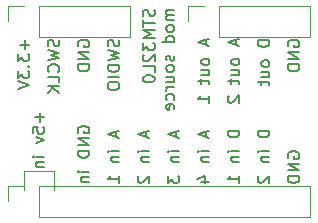
<source format=gbo>
G04 #@! TF.GenerationSoftware,KiCad,Pcbnew,5.1.10-88a1d61d58~88~ubuntu20.04.1*
G04 #@! TF.CreationDate,2021-06-12T08:26:13-04:00*
G04 #@! TF.ProjectId,stm32l0_mod_source,73746d33-326c-4305-9f6d-6f645f736f75,rev?*
G04 #@! TF.SameCoordinates,Original*
G04 #@! TF.FileFunction,Legend,Bot*
G04 #@! TF.FilePolarity,Positive*
%FSLAX46Y46*%
G04 Gerber Fmt 4.6, Leading zero omitted, Abs format (unit mm)*
G04 Created by KiCad (PCBNEW 5.1.10-88a1d61d58~88~ubuntu20.04.1) date 2021-06-12 08:26:13*
%MOMM*%
%LPD*%
G01*
G04 APERTURE LIST*
%ADD10C,0.150000*%
%ADD11C,0.120000*%
%ADD12O,1.700000X1.700000*%
%ADD13R,1.700000X1.700000*%
G04 APERTURE END LIST*
D10*
X84669761Y-44737976D02*
X84717380Y-44880833D01*
X84717380Y-45118928D01*
X84669761Y-45214166D01*
X84622142Y-45261785D01*
X84526904Y-45309404D01*
X84431666Y-45309404D01*
X84336428Y-45261785D01*
X84288809Y-45214166D01*
X84241190Y-45118928D01*
X84193571Y-44928452D01*
X84145952Y-44833214D01*
X84098333Y-44785595D01*
X84003095Y-44737976D01*
X83907857Y-44737976D01*
X83812619Y-44785595D01*
X83765000Y-44833214D01*
X83717380Y-44928452D01*
X83717380Y-45166547D01*
X83765000Y-45309404D01*
X83717380Y-45595119D02*
X83717380Y-46166547D01*
X84717380Y-45880833D02*
X83717380Y-45880833D01*
X84717380Y-46499880D02*
X83717380Y-46499880D01*
X84431666Y-46833214D01*
X83717380Y-47166547D01*
X84717380Y-47166547D01*
X83717380Y-47547500D02*
X83717380Y-48166547D01*
X84098333Y-47833214D01*
X84098333Y-47976071D01*
X84145952Y-48071309D01*
X84193571Y-48118928D01*
X84288809Y-48166547D01*
X84526904Y-48166547D01*
X84622142Y-48118928D01*
X84669761Y-48071309D01*
X84717380Y-47976071D01*
X84717380Y-47690357D01*
X84669761Y-47595119D01*
X84622142Y-47547500D01*
X83812619Y-48547500D02*
X83765000Y-48595119D01*
X83717380Y-48690357D01*
X83717380Y-48928452D01*
X83765000Y-49023690D01*
X83812619Y-49071309D01*
X83907857Y-49118928D01*
X84003095Y-49118928D01*
X84145952Y-49071309D01*
X84717380Y-48499880D01*
X84717380Y-49118928D01*
X84717380Y-50023690D02*
X84717380Y-49547500D01*
X83717380Y-49547500D01*
X83717380Y-50547500D02*
X83717380Y-50642738D01*
X83765000Y-50737976D01*
X83812619Y-50785595D01*
X83907857Y-50833214D01*
X84098333Y-50880833D01*
X84336428Y-50880833D01*
X84526904Y-50833214D01*
X84622142Y-50785595D01*
X84669761Y-50737976D01*
X84717380Y-50642738D01*
X84717380Y-50547500D01*
X84669761Y-50452261D01*
X84622142Y-50404642D01*
X84526904Y-50357023D01*
X84336428Y-50309404D01*
X84098333Y-50309404D01*
X83907857Y-50357023D01*
X83812619Y-50404642D01*
X83765000Y-50452261D01*
X83717380Y-50547500D01*
X86367380Y-44785595D02*
X85700714Y-44785595D01*
X85795952Y-44785595D02*
X85748333Y-44833214D01*
X85700714Y-44928452D01*
X85700714Y-45071309D01*
X85748333Y-45166547D01*
X85843571Y-45214166D01*
X86367380Y-45214166D01*
X85843571Y-45214166D02*
X85748333Y-45261785D01*
X85700714Y-45357023D01*
X85700714Y-45499880D01*
X85748333Y-45595119D01*
X85843571Y-45642738D01*
X86367380Y-45642738D01*
X86367380Y-46261785D02*
X86319761Y-46166547D01*
X86272142Y-46118928D01*
X86176904Y-46071309D01*
X85891190Y-46071309D01*
X85795952Y-46118928D01*
X85748333Y-46166547D01*
X85700714Y-46261785D01*
X85700714Y-46404642D01*
X85748333Y-46499880D01*
X85795952Y-46547500D01*
X85891190Y-46595119D01*
X86176904Y-46595119D01*
X86272142Y-46547500D01*
X86319761Y-46499880D01*
X86367380Y-46404642D01*
X86367380Y-46261785D01*
X86367380Y-47452261D02*
X85367380Y-47452261D01*
X86319761Y-47452261D02*
X86367380Y-47357023D01*
X86367380Y-47166547D01*
X86319761Y-47071309D01*
X86272142Y-47023690D01*
X86176904Y-46976071D01*
X85891190Y-46976071D01*
X85795952Y-47023690D01*
X85748333Y-47071309D01*
X85700714Y-47166547D01*
X85700714Y-47357023D01*
X85748333Y-47452261D01*
X86319761Y-48642738D02*
X86367380Y-48737976D01*
X86367380Y-48928452D01*
X86319761Y-49023690D01*
X86224523Y-49071309D01*
X86176904Y-49071309D01*
X86081666Y-49023690D01*
X86034047Y-48928452D01*
X86034047Y-48785595D01*
X85986428Y-48690357D01*
X85891190Y-48642738D01*
X85843571Y-48642738D01*
X85748333Y-48690357D01*
X85700714Y-48785595D01*
X85700714Y-48928452D01*
X85748333Y-49023690D01*
X86367380Y-49642738D02*
X86319761Y-49547500D01*
X86272142Y-49499880D01*
X86176904Y-49452261D01*
X85891190Y-49452261D01*
X85795952Y-49499880D01*
X85748333Y-49547500D01*
X85700714Y-49642738D01*
X85700714Y-49785595D01*
X85748333Y-49880833D01*
X85795952Y-49928452D01*
X85891190Y-49976071D01*
X86176904Y-49976071D01*
X86272142Y-49928452D01*
X86319761Y-49880833D01*
X86367380Y-49785595D01*
X86367380Y-49642738D01*
X85700714Y-50833214D02*
X86367380Y-50833214D01*
X85700714Y-50404642D02*
X86224523Y-50404642D01*
X86319761Y-50452261D01*
X86367380Y-50547500D01*
X86367380Y-50690357D01*
X86319761Y-50785595D01*
X86272142Y-50833214D01*
X86367380Y-51309404D02*
X85700714Y-51309404D01*
X85891190Y-51309404D02*
X85795952Y-51357023D01*
X85748333Y-51404642D01*
X85700714Y-51499880D01*
X85700714Y-51595119D01*
X86319761Y-52357023D02*
X86367380Y-52261785D01*
X86367380Y-52071309D01*
X86319761Y-51976071D01*
X86272142Y-51928452D01*
X86176904Y-51880833D01*
X85891190Y-51880833D01*
X85795952Y-51928452D01*
X85748333Y-51976071D01*
X85700714Y-52071309D01*
X85700714Y-52261785D01*
X85748333Y-52357023D01*
X86319761Y-53166547D02*
X86367380Y-53071309D01*
X86367380Y-52880833D01*
X86319761Y-52785595D01*
X86224523Y-52737976D01*
X85843571Y-52737976D01*
X85748333Y-52785595D01*
X85700714Y-52880833D01*
X85700714Y-53071309D01*
X85748333Y-53166547D01*
X85843571Y-53214166D01*
X85938809Y-53214166D01*
X86034047Y-52737976D01*
X86526666Y-55068690D02*
X86526666Y-55544880D01*
X86812380Y-54973452D02*
X85812380Y-55306785D01*
X86812380Y-55640119D01*
X86812380Y-56735357D02*
X86145714Y-56735357D01*
X85812380Y-56735357D02*
X85860000Y-56687738D01*
X85907619Y-56735357D01*
X85860000Y-56782976D01*
X85812380Y-56735357D01*
X85907619Y-56735357D01*
X86145714Y-57211547D02*
X86812380Y-57211547D01*
X86240952Y-57211547D02*
X86193333Y-57259166D01*
X86145714Y-57354404D01*
X86145714Y-57497261D01*
X86193333Y-57592500D01*
X86288571Y-57640119D01*
X86812380Y-57640119D01*
X85812380Y-58782976D02*
X85812380Y-59402023D01*
X86193333Y-59068690D01*
X86193333Y-59211547D01*
X86240952Y-59306785D01*
X86288571Y-59354404D01*
X86383809Y-59402023D01*
X86621904Y-59402023D01*
X86717142Y-59354404D01*
X86764761Y-59306785D01*
X86812380Y-59211547D01*
X86812380Y-58925833D01*
X86764761Y-58830595D01*
X86717142Y-58782976D01*
X91606666Y-47277976D02*
X91606666Y-47754166D01*
X91892380Y-47182738D02*
X90892380Y-47516071D01*
X91892380Y-47849404D01*
X91892380Y-49087500D02*
X91844761Y-48992261D01*
X91797142Y-48944642D01*
X91701904Y-48897023D01*
X91416190Y-48897023D01*
X91320952Y-48944642D01*
X91273333Y-48992261D01*
X91225714Y-49087500D01*
X91225714Y-49230357D01*
X91273333Y-49325595D01*
X91320952Y-49373214D01*
X91416190Y-49420833D01*
X91701904Y-49420833D01*
X91797142Y-49373214D01*
X91844761Y-49325595D01*
X91892380Y-49230357D01*
X91892380Y-49087500D01*
X91225714Y-50277976D02*
X91892380Y-50277976D01*
X91225714Y-49849404D02*
X91749523Y-49849404D01*
X91844761Y-49897023D01*
X91892380Y-49992261D01*
X91892380Y-50135119D01*
X91844761Y-50230357D01*
X91797142Y-50277976D01*
X91225714Y-50611309D02*
X91225714Y-50992261D01*
X90892380Y-50754166D02*
X91749523Y-50754166D01*
X91844761Y-50801785D01*
X91892380Y-50897023D01*
X91892380Y-50992261D01*
X90987619Y-52039880D02*
X90940000Y-52087500D01*
X90892380Y-52182738D01*
X90892380Y-52420833D01*
X90940000Y-52516071D01*
X90987619Y-52563690D01*
X91082857Y-52611309D01*
X91178095Y-52611309D01*
X91320952Y-52563690D01*
X91892380Y-51992261D01*
X91892380Y-52611309D01*
X94432380Y-54973452D02*
X93432380Y-54973452D01*
X93432380Y-55211547D01*
X93480000Y-55354404D01*
X93575238Y-55449642D01*
X93670476Y-55497261D01*
X93860952Y-55544880D01*
X94003809Y-55544880D01*
X94194285Y-55497261D01*
X94289523Y-55449642D01*
X94384761Y-55354404D01*
X94432380Y-55211547D01*
X94432380Y-54973452D01*
X94432380Y-56735357D02*
X93765714Y-56735357D01*
X93432380Y-56735357D02*
X93480000Y-56687738D01*
X93527619Y-56735357D01*
X93480000Y-56782976D01*
X93432380Y-56735357D01*
X93527619Y-56735357D01*
X93765714Y-57211547D02*
X94432380Y-57211547D01*
X93860952Y-57211547D02*
X93813333Y-57259166D01*
X93765714Y-57354404D01*
X93765714Y-57497261D01*
X93813333Y-57592500D01*
X93908571Y-57640119D01*
X94432380Y-57640119D01*
X93527619Y-58830595D02*
X93480000Y-58878214D01*
X93432380Y-58973452D01*
X93432380Y-59211547D01*
X93480000Y-59306785D01*
X93527619Y-59354404D01*
X93622857Y-59402023D01*
X93718095Y-59402023D01*
X93860952Y-59354404D01*
X94432380Y-58782976D01*
X94432380Y-59402023D01*
X91892380Y-54973452D02*
X90892380Y-54973452D01*
X90892380Y-55211547D01*
X90940000Y-55354404D01*
X91035238Y-55449642D01*
X91130476Y-55497261D01*
X91320952Y-55544880D01*
X91463809Y-55544880D01*
X91654285Y-55497261D01*
X91749523Y-55449642D01*
X91844761Y-55354404D01*
X91892380Y-55211547D01*
X91892380Y-54973452D01*
X91892380Y-56735357D02*
X91225714Y-56735357D01*
X90892380Y-56735357D02*
X90940000Y-56687738D01*
X90987619Y-56735357D01*
X90940000Y-56782976D01*
X90892380Y-56735357D01*
X90987619Y-56735357D01*
X91225714Y-57211547D02*
X91892380Y-57211547D01*
X91320952Y-57211547D02*
X91273333Y-57259166D01*
X91225714Y-57354404D01*
X91225714Y-57497261D01*
X91273333Y-57592500D01*
X91368571Y-57640119D01*
X91892380Y-57640119D01*
X91892380Y-59402023D02*
X91892380Y-58830595D01*
X91892380Y-59116309D02*
X90892380Y-59116309D01*
X91035238Y-59021071D01*
X91130476Y-58925833D01*
X91178095Y-58830595D01*
D11*
X73660000Y-58420000D02*
X76200000Y-58420000D01*
X76200000Y-60960000D02*
X76200000Y-58420000D01*
X73660000Y-58420000D02*
X73660000Y-60960000D01*
D10*
X96020000Y-47849404D02*
X95972380Y-47754166D01*
X95972380Y-47611309D01*
X96020000Y-47468452D01*
X96115238Y-47373214D01*
X96210476Y-47325595D01*
X96400952Y-47277976D01*
X96543809Y-47277976D01*
X96734285Y-47325595D01*
X96829523Y-47373214D01*
X96924761Y-47468452D01*
X96972380Y-47611309D01*
X96972380Y-47706547D01*
X96924761Y-47849404D01*
X96877142Y-47897023D01*
X96543809Y-47897023D01*
X96543809Y-47706547D01*
X96972380Y-48325595D02*
X95972380Y-48325595D01*
X96972380Y-48897023D01*
X95972380Y-48897023D01*
X96972380Y-49373214D02*
X95972380Y-49373214D01*
X95972380Y-49611309D01*
X96020000Y-49754166D01*
X96115238Y-49849404D01*
X96210476Y-49897023D01*
X96400952Y-49944642D01*
X96543809Y-49944642D01*
X96734285Y-49897023D01*
X96829523Y-49849404D01*
X96924761Y-49754166D01*
X96972380Y-49611309D01*
X96972380Y-49373214D01*
X94432380Y-47325595D02*
X93432380Y-47325595D01*
X93432380Y-47563690D01*
X93480000Y-47706547D01*
X93575238Y-47801785D01*
X93670476Y-47849404D01*
X93860952Y-47897023D01*
X94003809Y-47897023D01*
X94194285Y-47849404D01*
X94289523Y-47801785D01*
X94384761Y-47706547D01*
X94432380Y-47563690D01*
X94432380Y-47325595D01*
X94432380Y-49230357D02*
X94384761Y-49135119D01*
X94337142Y-49087500D01*
X94241904Y-49039880D01*
X93956190Y-49039880D01*
X93860952Y-49087500D01*
X93813333Y-49135119D01*
X93765714Y-49230357D01*
X93765714Y-49373214D01*
X93813333Y-49468452D01*
X93860952Y-49516071D01*
X93956190Y-49563690D01*
X94241904Y-49563690D01*
X94337142Y-49516071D01*
X94384761Y-49468452D01*
X94432380Y-49373214D01*
X94432380Y-49230357D01*
X93765714Y-50420833D02*
X94432380Y-50420833D01*
X93765714Y-49992261D02*
X94289523Y-49992261D01*
X94384761Y-50039880D01*
X94432380Y-50135119D01*
X94432380Y-50277976D01*
X94384761Y-50373214D01*
X94337142Y-50420833D01*
X93765714Y-50754166D02*
X93765714Y-51135119D01*
X93432380Y-50897023D02*
X94289523Y-50897023D01*
X94384761Y-50944642D01*
X94432380Y-51039880D01*
X94432380Y-51135119D01*
X89066666Y-47277976D02*
X89066666Y-47754166D01*
X89352380Y-47182738D02*
X88352380Y-47516071D01*
X89352380Y-47849404D01*
X89352380Y-49087500D02*
X89304761Y-48992261D01*
X89257142Y-48944642D01*
X89161904Y-48897023D01*
X88876190Y-48897023D01*
X88780952Y-48944642D01*
X88733333Y-48992261D01*
X88685714Y-49087500D01*
X88685714Y-49230357D01*
X88733333Y-49325595D01*
X88780952Y-49373214D01*
X88876190Y-49420833D01*
X89161904Y-49420833D01*
X89257142Y-49373214D01*
X89304761Y-49325595D01*
X89352380Y-49230357D01*
X89352380Y-49087500D01*
X88685714Y-50277976D02*
X89352380Y-50277976D01*
X88685714Y-49849404D02*
X89209523Y-49849404D01*
X89304761Y-49897023D01*
X89352380Y-49992261D01*
X89352380Y-50135119D01*
X89304761Y-50230357D01*
X89257142Y-50277976D01*
X88685714Y-50611309D02*
X88685714Y-50992261D01*
X88352380Y-50754166D02*
X89209523Y-50754166D01*
X89304761Y-50801785D01*
X89352380Y-50897023D01*
X89352380Y-50992261D01*
X89352380Y-52611309D02*
X89352380Y-52039880D01*
X89352380Y-52325595D02*
X88352380Y-52325595D01*
X88495238Y-52230357D01*
X88590476Y-52135119D01*
X88638095Y-52039880D01*
X96020000Y-57306785D02*
X95972380Y-57211547D01*
X95972380Y-57068690D01*
X96020000Y-56925833D01*
X96115238Y-56830595D01*
X96210476Y-56782976D01*
X96400952Y-56735357D01*
X96543809Y-56735357D01*
X96734285Y-56782976D01*
X96829523Y-56830595D01*
X96924761Y-56925833D01*
X96972380Y-57068690D01*
X96972380Y-57163928D01*
X96924761Y-57306785D01*
X96877142Y-57354404D01*
X96543809Y-57354404D01*
X96543809Y-57163928D01*
X96972380Y-57782976D02*
X95972380Y-57782976D01*
X96972380Y-58354404D01*
X95972380Y-58354404D01*
X96972380Y-58830595D02*
X95972380Y-58830595D01*
X95972380Y-59068690D01*
X96020000Y-59211547D01*
X96115238Y-59306785D01*
X96210476Y-59354404D01*
X96400952Y-59402023D01*
X96543809Y-59402023D01*
X96734285Y-59354404D01*
X96829523Y-59306785D01*
X96924761Y-59211547D01*
X96972380Y-59068690D01*
X96972380Y-58830595D01*
X89066666Y-55068690D02*
X89066666Y-55544880D01*
X89352380Y-54973452D02*
X88352380Y-55306785D01*
X89352380Y-55640119D01*
X89352380Y-56735357D02*
X88685714Y-56735357D01*
X88352380Y-56735357D02*
X88400000Y-56687738D01*
X88447619Y-56735357D01*
X88400000Y-56782976D01*
X88352380Y-56735357D01*
X88447619Y-56735357D01*
X88685714Y-57211547D02*
X89352380Y-57211547D01*
X88780952Y-57211547D02*
X88733333Y-57259166D01*
X88685714Y-57354404D01*
X88685714Y-57497261D01*
X88733333Y-57592500D01*
X88828571Y-57640119D01*
X89352380Y-57640119D01*
X88685714Y-59306785D02*
X89352380Y-59306785D01*
X88304761Y-59068690D02*
X89019047Y-58830595D01*
X89019047Y-59449642D01*
X83986666Y-55068690D02*
X83986666Y-55544880D01*
X84272380Y-54973452D02*
X83272380Y-55306785D01*
X84272380Y-55640119D01*
X84272380Y-56735357D02*
X83605714Y-56735357D01*
X83272380Y-56735357D02*
X83320000Y-56687738D01*
X83367619Y-56735357D01*
X83320000Y-56782976D01*
X83272380Y-56735357D01*
X83367619Y-56735357D01*
X83605714Y-57211547D02*
X84272380Y-57211547D01*
X83700952Y-57211547D02*
X83653333Y-57259166D01*
X83605714Y-57354404D01*
X83605714Y-57497261D01*
X83653333Y-57592500D01*
X83748571Y-57640119D01*
X84272380Y-57640119D01*
X83367619Y-58830595D02*
X83320000Y-58878214D01*
X83272380Y-58973452D01*
X83272380Y-59211547D01*
X83320000Y-59306785D01*
X83367619Y-59354404D01*
X83462857Y-59402023D01*
X83558095Y-59402023D01*
X83700952Y-59354404D01*
X84272380Y-58782976D01*
X84272380Y-59402023D01*
X81446666Y-55068690D02*
X81446666Y-55544880D01*
X81732380Y-54973452D02*
X80732380Y-55306785D01*
X81732380Y-55640119D01*
X81732380Y-56735357D02*
X81065714Y-56735357D01*
X80732380Y-56735357D02*
X80780000Y-56687738D01*
X80827619Y-56735357D01*
X80780000Y-56782976D01*
X80732380Y-56735357D01*
X80827619Y-56735357D01*
X81065714Y-57211547D02*
X81732380Y-57211547D01*
X81160952Y-57211547D02*
X81113333Y-57259166D01*
X81065714Y-57354404D01*
X81065714Y-57497261D01*
X81113333Y-57592500D01*
X81208571Y-57640119D01*
X81732380Y-57640119D01*
X81732380Y-59402023D02*
X81732380Y-58830595D01*
X81732380Y-59116309D02*
X80732380Y-59116309D01*
X80875238Y-59021071D01*
X80970476Y-58925833D01*
X81018095Y-58830595D01*
X78240000Y-55163928D02*
X78192380Y-55068690D01*
X78192380Y-54925833D01*
X78240000Y-54782976D01*
X78335238Y-54687738D01*
X78430476Y-54640119D01*
X78620952Y-54592500D01*
X78763809Y-54592500D01*
X78954285Y-54640119D01*
X79049523Y-54687738D01*
X79144761Y-54782976D01*
X79192380Y-54925833D01*
X79192380Y-55021071D01*
X79144761Y-55163928D01*
X79097142Y-55211547D01*
X78763809Y-55211547D01*
X78763809Y-55021071D01*
X79192380Y-55640119D02*
X78192380Y-55640119D01*
X79192380Y-56211547D01*
X78192380Y-56211547D01*
X79192380Y-56687738D02*
X78192380Y-56687738D01*
X78192380Y-56925833D01*
X78240000Y-57068690D01*
X78335238Y-57163928D01*
X78430476Y-57211547D01*
X78620952Y-57259166D01*
X78763809Y-57259166D01*
X78954285Y-57211547D01*
X79049523Y-57163928D01*
X79144761Y-57068690D01*
X79192380Y-56925833D01*
X79192380Y-56687738D01*
X79192380Y-58449642D02*
X78525714Y-58449642D01*
X78192380Y-58449642D02*
X78240000Y-58402023D01*
X78287619Y-58449642D01*
X78240000Y-58497261D01*
X78192380Y-58449642D01*
X78287619Y-58449642D01*
X78525714Y-58925833D02*
X79192380Y-58925833D01*
X78620952Y-58925833D02*
X78573333Y-58973452D01*
X78525714Y-59068690D01*
X78525714Y-59211547D01*
X78573333Y-59306785D01*
X78668571Y-59354404D01*
X79192380Y-59354404D01*
X75001428Y-53465357D02*
X75001428Y-54227261D01*
X75382380Y-53846309D02*
X74620476Y-53846309D01*
X74382380Y-55179642D02*
X74382380Y-54703452D01*
X74858571Y-54655833D01*
X74810952Y-54703452D01*
X74763333Y-54798690D01*
X74763333Y-55036785D01*
X74810952Y-55132023D01*
X74858571Y-55179642D01*
X74953809Y-55227261D01*
X75191904Y-55227261D01*
X75287142Y-55179642D01*
X75334761Y-55132023D01*
X75382380Y-55036785D01*
X75382380Y-54798690D01*
X75334761Y-54703452D01*
X75287142Y-54655833D01*
X74715714Y-55560595D02*
X75382380Y-55798690D01*
X74715714Y-56036785D01*
X75382380Y-57179642D02*
X74715714Y-57179642D01*
X74382380Y-57179642D02*
X74430000Y-57132023D01*
X74477619Y-57179642D01*
X74430000Y-57227261D01*
X74382380Y-57179642D01*
X74477619Y-57179642D01*
X74715714Y-57655833D02*
X75382380Y-57655833D01*
X74810952Y-57655833D02*
X74763333Y-57703452D01*
X74715714Y-57798690D01*
X74715714Y-57941547D01*
X74763333Y-58036785D01*
X74858571Y-58084404D01*
X75382380Y-58084404D01*
X81684761Y-47277976D02*
X81732380Y-47420833D01*
X81732380Y-47658928D01*
X81684761Y-47754166D01*
X81637142Y-47801785D01*
X81541904Y-47849404D01*
X81446666Y-47849404D01*
X81351428Y-47801785D01*
X81303809Y-47754166D01*
X81256190Y-47658928D01*
X81208571Y-47468452D01*
X81160952Y-47373214D01*
X81113333Y-47325595D01*
X81018095Y-47277976D01*
X80922857Y-47277976D01*
X80827619Y-47325595D01*
X80780000Y-47373214D01*
X80732380Y-47468452D01*
X80732380Y-47706547D01*
X80780000Y-47849404D01*
X80732380Y-48182738D02*
X81732380Y-48420833D01*
X81018095Y-48611309D01*
X81732380Y-48801785D01*
X80732380Y-49039880D01*
X81732380Y-49420833D02*
X80732380Y-49420833D01*
X80732380Y-49658928D01*
X80780000Y-49801785D01*
X80875238Y-49897023D01*
X80970476Y-49944642D01*
X81160952Y-49992261D01*
X81303809Y-49992261D01*
X81494285Y-49944642D01*
X81589523Y-49897023D01*
X81684761Y-49801785D01*
X81732380Y-49658928D01*
X81732380Y-49420833D01*
X81732380Y-50420833D02*
X80732380Y-50420833D01*
X80732380Y-51087500D02*
X80732380Y-51277976D01*
X80780000Y-51373214D01*
X80875238Y-51468452D01*
X81065714Y-51516071D01*
X81399047Y-51516071D01*
X81589523Y-51468452D01*
X81684761Y-51373214D01*
X81732380Y-51277976D01*
X81732380Y-51087500D01*
X81684761Y-50992261D01*
X81589523Y-50897023D01*
X81399047Y-50849404D01*
X81065714Y-50849404D01*
X80875238Y-50897023D01*
X80780000Y-50992261D01*
X80732380Y-51087500D01*
X78240000Y-47849404D02*
X78192380Y-47754166D01*
X78192380Y-47611309D01*
X78240000Y-47468452D01*
X78335238Y-47373214D01*
X78430476Y-47325595D01*
X78620952Y-47277976D01*
X78763809Y-47277976D01*
X78954285Y-47325595D01*
X79049523Y-47373214D01*
X79144761Y-47468452D01*
X79192380Y-47611309D01*
X79192380Y-47706547D01*
X79144761Y-47849404D01*
X79097142Y-47897023D01*
X78763809Y-47897023D01*
X78763809Y-47706547D01*
X79192380Y-48325595D02*
X78192380Y-48325595D01*
X79192380Y-48897023D01*
X78192380Y-48897023D01*
X79192380Y-49373214D02*
X78192380Y-49373214D01*
X78192380Y-49611309D01*
X78240000Y-49754166D01*
X78335238Y-49849404D01*
X78430476Y-49897023D01*
X78620952Y-49944642D01*
X78763809Y-49944642D01*
X78954285Y-49897023D01*
X79049523Y-49849404D01*
X79144761Y-49754166D01*
X79192380Y-49611309D01*
X79192380Y-49373214D01*
X76604761Y-47277976D02*
X76652380Y-47420833D01*
X76652380Y-47658928D01*
X76604761Y-47754166D01*
X76557142Y-47801785D01*
X76461904Y-47849404D01*
X76366666Y-47849404D01*
X76271428Y-47801785D01*
X76223809Y-47754166D01*
X76176190Y-47658928D01*
X76128571Y-47468452D01*
X76080952Y-47373214D01*
X76033333Y-47325595D01*
X75938095Y-47277976D01*
X75842857Y-47277976D01*
X75747619Y-47325595D01*
X75700000Y-47373214D01*
X75652380Y-47468452D01*
X75652380Y-47706547D01*
X75700000Y-47849404D01*
X75652380Y-48182738D02*
X76652380Y-48420833D01*
X75938095Y-48611309D01*
X76652380Y-48801785D01*
X75652380Y-49039880D01*
X76557142Y-49992261D02*
X76604761Y-49944642D01*
X76652380Y-49801785D01*
X76652380Y-49706547D01*
X76604761Y-49563690D01*
X76509523Y-49468452D01*
X76414285Y-49420833D01*
X76223809Y-49373214D01*
X76080952Y-49373214D01*
X75890476Y-49420833D01*
X75795238Y-49468452D01*
X75700000Y-49563690D01*
X75652380Y-49706547D01*
X75652380Y-49801785D01*
X75700000Y-49944642D01*
X75747619Y-49992261D01*
X76652380Y-50897023D02*
X76652380Y-50420833D01*
X75652380Y-50420833D01*
X76652380Y-51230357D02*
X75652380Y-51230357D01*
X76652380Y-51801785D02*
X76080952Y-51373214D01*
X75652380Y-51801785D02*
X76223809Y-51230357D01*
X73731428Y-47325595D02*
X73731428Y-48087500D01*
X74112380Y-47706547D02*
X73350476Y-47706547D01*
X73112380Y-48468452D02*
X73112380Y-49087500D01*
X73493333Y-48754166D01*
X73493333Y-48897023D01*
X73540952Y-48992261D01*
X73588571Y-49039880D01*
X73683809Y-49087500D01*
X73921904Y-49087500D01*
X74017142Y-49039880D01*
X74064761Y-48992261D01*
X74112380Y-48897023D01*
X74112380Y-48611309D01*
X74064761Y-48516071D01*
X74017142Y-48468452D01*
X74017142Y-49516071D02*
X74064761Y-49563690D01*
X74112380Y-49516071D01*
X74064761Y-49468452D01*
X74017142Y-49516071D01*
X74112380Y-49516071D01*
X73112380Y-49897023D02*
X73112380Y-50516071D01*
X73493333Y-50182738D01*
X73493333Y-50325595D01*
X73540952Y-50420833D01*
X73588571Y-50468452D01*
X73683809Y-50516071D01*
X73921904Y-50516071D01*
X74017142Y-50468452D01*
X74064761Y-50420833D01*
X74112380Y-50325595D01*
X74112380Y-50039880D01*
X74064761Y-49944642D01*
X74017142Y-49897023D01*
X73112380Y-50801785D02*
X74112380Y-51135119D01*
X73112380Y-51468452D01*
D11*
X72330000Y-59630000D02*
X72330000Y-60960000D01*
X73660000Y-59630000D02*
X72330000Y-59630000D01*
X74930000Y-59630000D02*
X74930000Y-62290000D01*
X74930000Y-62290000D02*
X97850000Y-62290000D01*
X74930000Y-59630000D02*
X97850000Y-59630000D01*
X97850000Y-59630000D02*
X97850000Y-62290000D01*
X87570000Y-44390000D02*
X87570000Y-45720000D01*
X88900000Y-44390000D02*
X87570000Y-44390000D01*
X90170000Y-44390000D02*
X90170000Y-47050000D01*
X90170000Y-47050000D02*
X97850000Y-47050000D01*
X90170000Y-44390000D02*
X97850000Y-44390000D01*
X97850000Y-44390000D02*
X97850000Y-47050000D01*
X72330000Y-44390000D02*
X72330000Y-45720000D01*
X73660000Y-44390000D02*
X72330000Y-44390000D01*
X74930000Y-44390000D02*
X74930000Y-47050000D01*
X74930000Y-47050000D02*
X82610000Y-47050000D01*
X74930000Y-44390000D02*
X82610000Y-44390000D01*
X82610000Y-44390000D02*
X82610000Y-47050000D01*
%LPC*%
D12*
X96520000Y-60960000D03*
X93980000Y-60960000D03*
X91440000Y-60960000D03*
X88900000Y-60960000D03*
X86360000Y-60960000D03*
X83820000Y-60960000D03*
X81280000Y-60960000D03*
X78740000Y-60960000D03*
X76200000Y-60960000D03*
D13*
X73660000Y-60960000D03*
D12*
X96520000Y-45720000D03*
X93980000Y-45720000D03*
X91440000Y-45720000D03*
D13*
X88900000Y-45720000D03*
D12*
X81280000Y-45720000D03*
X78740000Y-45720000D03*
X76200000Y-45720000D03*
D13*
X73660000Y-45720000D03*
M02*

</source>
